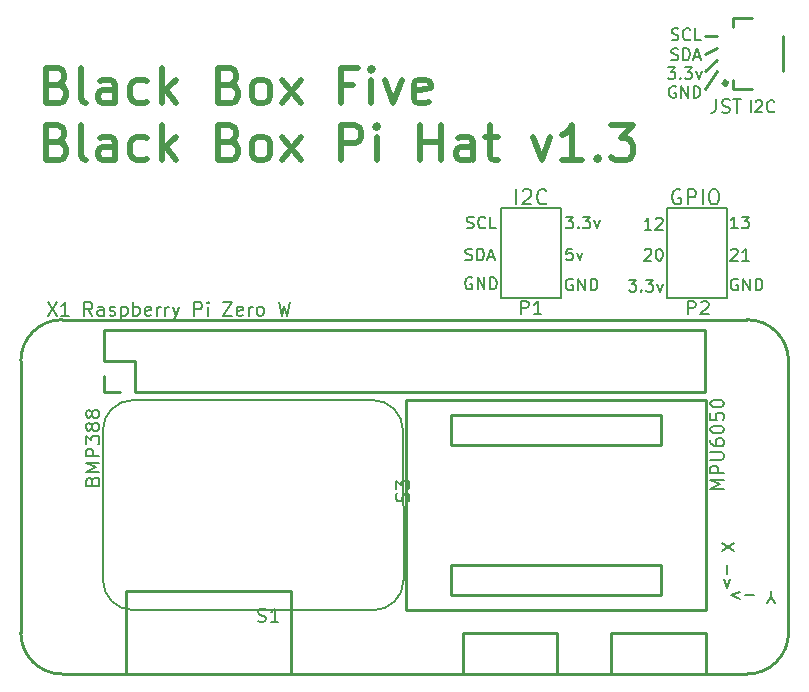
<source format=gbr>
%TF.GenerationSoftware,KiCad,Pcbnew,(6.0.1)*%
%TF.CreationDate,2022-01-30T17:08:52-06:00*%
%TF.ProjectId,BlackBox Hat,426c6163-6b42-46f7-9820-4861742e6b69,rev?*%
%TF.SameCoordinates,Original*%
%TF.FileFunction,Legend,Top*%
%TF.FilePolarity,Positive*%
%FSLAX46Y46*%
G04 Gerber Fmt 4.6, Leading zero omitted, Abs format (unit mm)*
G04 Created by KiCad (PCBNEW (6.0.1)) date 2022-01-30 17:08:52*
%MOMM*%
%LPD*%
G01*
G04 APERTURE LIST*
%ADD10C,0.500000*%
%ADD11C,0.152000*%
%ADD12C,0.150000*%
%ADD13C,0.203000*%
%ADD14C,0.254000*%
%ADD15C,0.400000*%
%ADD16C,0.201000*%
G04 APERTURE END LIST*
D10*
X15820535Y-82401964D02*
X16249107Y-82544821D01*
X16391964Y-82687678D01*
X16534821Y-82973392D01*
X16534821Y-83401964D01*
X16391964Y-83687678D01*
X16249107Y-83830535D01*
X15963392Y-83973392D01*
X14820535Y-83973392D01*
X14820535Y-80973392D01*
X15820535Y-80973392D01*
X16106250Y-81116250D01*
X16249107Y-81259107D01*
X16391964Y-81544821D01*
X16391964Y-81830535D01*
X16249107Y-82116250D01*
X16106250Y-82259107D01*
X15820535Y-82401964D01*
X14820535Y-82401964D01*
X18249107Y-83973392D02*
X17963392Y-83830535D01*
X17820535Y-83544821D01*
X17820535Y-80973392D01*
X20677678Y-83973392D02*
X20677678Y-82401964D01*
X20534821Y-82116250D01*
X20249107Y-81973392D01*
X19677678Y-81973392D01*
X19391964Y-82116250D01*
X20677678Y-83830535D02*
X20391964Y-83973392D01*
X19677678Y-83973392D01*
X19391964Y-83830535D01*
X19249107Y-83544821D01*
X19249107Y-83259107D01*
X19391964Y-82973392D01*
X19677678Y-82830535D01*
X20391964Y-82830535D01*
X20677678Y-82687678D01*
X23391964Y-83830535D02*
X23106250Y-83973392D01*
X22534821Y-83973392D01*
X22249107Y-83830535D01*
X22106250Y-83687678D01*
X21963392Y-83401964D01*
X21963392Y-82544821D01*
X22106250Y-82259107D01*
X22249107Y-82116250D01*
X22534821Y-81973392D01*
X23106250Y-81973392D01*
X23391964Y-82116250D01*
X24677678Y-83973392D02*
X24677678Y-80973392D01*
X24963392Y-82830535D02*
X25820535Y-83973392D01*
X25820535Y-81973392D02*
X24677678Y-83116250D01*
X30391964Y-82401964D02*
X30820535Y-82544821D01*
X30963392Y-82687678D01*
X31106250Y-82973392D01*
X31106250Y-83401964D01*
X30963392Y-83687678D01*
X30820535Y-83830535D01*
X30534821Y-83973392D01*
X29391964Y-83973392D01*
X29391964Y-80973392D01*
X30391964Y-80973392D01*
X30677678Y-81116250D01*
X30820535Y-81259107D01*
X30963392Y-81544821D01*
X30963392Y-81830535D01*
X30820535Y-82116250D01*
X30677678Y-82259107D01*
X30391964Y-82401964D01*
X29391964Y-82401964D01*
X32820535Y-83973392D02*
X32534821Y-83830535D01*
X32391964Y-83687678D01*
X32249107Y-83401964D01*
X32249107Y-82544821D01*
X32391964Y-82259107D01*
X32534821Y-82116250D01*
X32820535Y-81973392D01*
X33249107Y-81973392D01*
X33534821Y-82116250D01*
X33677678Y-82259107D01*
X33820535Y-82544821D01*
X33820535Y-83401964D01*
X33677678Y-83687678D01*
X33534821Y-83830535D01*
X33249107Y-83973392D01*
X32820535Y-83973392D01*
X34820535Y-83973392D02*
X36391964Y-81973392D01*
X34820535Y-81973392D02*
X36391964Y-83973392D01*
X40820535Y-82401964D02*
X39820535Y-82401964D01*
X39820535Y-83973392D02*
X39820535Y-80973392D01*
X41249107Y-80973392D01*
X42391964Y-83973392D02*
X42391964Y-81973392D01*
X42391964Y-80973392D02*
X42249107Y-81116250D01*
X42391964Y-81259107D01*
X42534821Y-81116250D01*
X42391964Y-80973392D01*
X42391964Y-81259107D01*
X43534821Y-81973392D02*
X44249107Y-83973392D01*
X44963392Y-81973392D01*
X47249107Y-83830535D02*
X46963392Y-83973392D01*
X46391964Y-83973392D01*
X46106250Y-83830535D01*
X45963392Y-83544821D01*
X45963392Y-82401964D01*
X46106250Y-82116250D01*
X46391964Y-81973392D01*
X46963392Y-81973392D01*
X47249107Y-82116250D01*
X47391964Y-82401964D01*
X47391964Y-82687678D01*
X45963392Y-82973392D01*
X15820535Y-87231964D02*
X16249107Y-87374821D01*
X16391964Y-87517678D01*
X16534821Y-87803392D01*
X16534821Y-88231964D01*
X16391964Y-88517678D01*
X16249107Y-88660535D01*
X15963392Y-88803392D01*
X14820535Y-88803392D01*
X14820535Y-85803392D01*
X15820535Y-85803392D01*
X16106250Y-85946250D01*
X16249107Y-86089107D01*
X16391964Y-86374821D01*
X16391964Y-86660535D01*
X16249107Y-86946250D01*
X16106250Y-87089107D01*
X15820535Y-87231964D01*
X14820535Y-87231964D01*
X18249107Y-88803392D02*
X17963392Y-88660535D01*
X17820535Y-88374821D01*
X17820535Y-85803392D01*
X20677678Y-88803392D02*
X20677678Y-87231964D01*
X20534821Y-86946250D01*
X20249107Y-86803392D01*
X19677678Y-86803392D01*
X19391964Y-86946250D01*
X20677678Y-88660535D02*
X20391964Y-88803392D01*
X19677678Y-88803392D01*
X19391964Y-88660535D01*
X19249107Y-88374821D01*
X19249107Y-88089107D01*
X19391964Y-87803392D01*
X19677678Y-87660535D01*
X20391964Y-87660535D01*
X20677678Y-87517678D01*
X23391964Y-88660535D02*
X23106250Y-88803392D01*
X22534821Y-88803392D01*
X22249107Y-88660535D01*
X22106250Y-88517678D01*
X21963392Y-88231964D01*
X21963392Y-87374821D01*
X22106250Y-87089107D01*
X22249107Y-86946250D01*
X22534821Y-86803392D01*
X23106250Y-86803392D01*
X23391964Y-86946250D01*
X24677678Y-88803392D02*
X24677678Y-85803392D01*
X24963392Y-87660535D02*
X25820535Y-88803392D01*
X25820535Y-86803392D02*
X24677678Y-87946250D01*
X30391964Y-87231964D02*
X30820535Y-87374821D01*
X30963392Y-87517678D01*
X31106250Y-87803392D01*
X31106250Y-88231964D01*
X30963392Y-88517678D01*
X30820535Y-88660535D01*
X30534821Y-88803392D01*
X29391964Y-88803392D01*
X29391964Y-85803392D01*
X30391964Y-85803392D01*
X30677678Y-85946250D01*
X30820535Y-86089107D01*
X30963392Y-86374821D01*
X30963392Y-86660535D01*
X30820535Y-86946250D01*
X30677678Y-87089107D01*
X30391964Y-87231964D01*
X29391964Y-87231964D01*
X32820535Y-88803392D02*
X32534821Y-88660535D01*
X32391964Y-88517678D01*
X32249107Y-88231964D01*
X32249107Y-87374821D01*
X32391964Y-87089107D01*
X32534821Y-86946250D01*
X32820535Y-86803392D01*
X33249107Y-86803392D01*
X33534821Y-86946250D01*
X33677678Y-87089107D01*
X33820535Y-87374821D01*
X33820535Y-88231964D01*
X33677678Y-88517678D01*
X33534821Y-88660535D01*
X33249107Y-88803392D01*
X32820535Y-88803392D01*
X34820535Y-88803392D02*
X36391964Y-86803392D01*
X34820535Y-86803392D02*
X36391964Y-88803392D01*
X39820535Y-88803392D02*
X39820535Y-85803392D01*
X40963392Y-85803392D01*
X41249107Y-85946250D01*
X41391964Y-86089107D01*
X41534821Y-86374821D01*
X41534821Y-86803392D01*
X41391964Y-87089107D01*
X41249107Y-87231964D01*
X40963392Y-87374821D01*
X39820535Y-87374821D01*
X42820535Y-88803392D02*
X42820535Y-86803392D01*
X42820535Y-85803392D02*
X42677678Y-85946250D01*
X42820535Y-86089107D01*
X42963392Y-85946250D01*
X42820535Y-85803392D01*
X42820535Y-86089107D01*
X46534821Y-88803392D02*
X46534821Y-85803392D01*
X46534821Y-87231964D02*
X48249107Y-87231964D01*
X48249107Y-88803392D02*
X48249107Y-85803392D01*
X50963392Y-88803392D02*
X50963392Y-87231964D01*
X50820535Y-86946250D01*
X50534821Y-86803392D01*
X49963392Y-86803392D01*
X49677678Y-86946250D01*
X50963392Y-88660535D02*
X50677678Y-88803392D01*
X49963392Y-88803392D01*
X49677678Y-88660535D01*
X49534821Y-88374821D01*
X49534821Y-88089107D01*
X49677678Y-87803392D01*
X49963392Y-87660535D01*
X50677678Y-87660535D01*
X50963392Y-87517678D01*
X51963392Y-86803392D02*
X53106250Y-86803392D01*
X52391964Y-85803392D02*
X52391964Y-88374821D01*
X52534821Y-88660535D01*
X52820535Y-88803392D01*
X53106250Y-88803392D01*
X56106250Y-86803392D02*
X56820535Y-88803392D01*
X57534821Y-86803392D01*
X60249107Y-88803392D02*
X58534821Y-88803392D01*
X59391964Y-88803392D02*
X59391964Y-85803392D01*
X59106250Y-86231964D01*
X58820535Y-86517678D01*
X58534821Y-86660535D01*
X61534821Y-88517678D02*
X61677678Y-88660535D01*
X61534821Y-88803392D01*
X61391964Y-88660535D01*
X61534821Y-88517678D01*
X61534821Y-88803392D01*
X62677678Y-85803392D02*
X64534821Y-85803392D01*
X63534821Y-86946250D01*
X63963392Y-86946250D01*
X64249107Y-87089107D01*
X64391964Y-87231964D01*
X64534821Y-87517678D01*
X64534821Y-88231964D01*
X64391964Y-88517678D01*
X64249107Y-88660535D01*
X63963392Y-88803392D01*
X63106250Y-88803392D01*
X62820535Y-88660535D01*
X62677678Y-88517678D01*
D11*
%TO.C,JST*%
X71572514Y-83655321D02*
X71572514Y-84471750D01*
X71518085Y-84635035D01*
X71409228Y-84743892D01*
X71245942Y-84798321D01*
X71137085Y-84798321D01*
X72062371Y-84743892D02*
X72225657Y-84798321D01*
X72497800Y-84798321D01*
X72606657Y-84743892D01*
X72661085Y-84689464D01*
X72715514Y-84580607D01*
X72715514Y-84471750D01*
X72661085Y-84362892D01*
X72606657Y-84308464D01*
X72497800Y-84254035D01*
X72280085Y-84199607D01*
X72171228Y-84145178D01*
X72116800Y-84090750D01*
X72062371Y-83981892D01*
X72062371Y-83873035D01*
X72116800Y-83764178D01*
X72171228Y-83709750D01*
X72280085Y-83655321D01*
X72552228Y-83655321D01*
X72715514Y-83709750D01*
X73042085Y-83655321D02*
X73695228Y-83655321D01*
X73368657Y-84798321D02*
X73368657Y-83655321D01*
X74493145Y-84733630D02*
X74493145Y-83733630D01*
X74921716Y-83828869D02*
X74969335Y-83781250D01*
X75064573Y-83733630D01*
X75302669Y-83733630D01*
X75397907Y-83781250D01*
X75445526Y-83828869D01*
X75493145Y-83924107D01*
X75493145Y-84019345D01*
X75445526Y-84162202D01*
X74874097Y-84733630D01*
X75493145Y-84733630D01*
X76493145Y-84638392D02*
X76445526Y-84686011D01*
X76302669Y-84733630D01*
X76207430Y-84733630D01*
X76064573Y-84686011D01*
X75969335Y-84590773D01*
X75921716Y-84495535D01*
X75874097Y-84305059D01*
X75874097Y-84162202D01*
X75921716Y-83971726D01*
X75969335Y-83876488D01*
X76064573Y-83781250D01*
X76207430Y-83733630D01*
X76302669Y-83733630D01*
X76445526Y-83781250D01*
X76493145Y-83828869D01*
D12*
X67477678Y-80921130D02*
X68096726Y-80921130D01*
X67763392Y-81302083D01*
X67906250Y-81302083D01*
X68001488Y-81349702D01*
X68049107Y-81397321D01*
X68096726Y-81492559D01*
X68096726Y-81730654D01*
X68049107Y-81825892D01*
X68001488Y-81873511D01*
X67906250Y-81921130D01*
X67620535Y-81921130D01*
X67525297Y-81873511D01*
X67477678Y-81825892D01*
X68525297Y-81825892D02*
X68572916Y-81873511D01*
X68525297Y-81921130D01*
X68477678Y-81873511D01*
X68525297Y-81825892D01*
X68525297Y-81921130D01*
X68906250Y-80921130D02*
X69525297Y-80921130D01*
X69191964Y-81302083D01*
X69334821Y-81302083D01*
X69430059Y-81349702D01*
X69477678Y-81397321D01*
X69525297Y-81492559D01*
X69525297Y-81730654D01*
X69477678Y-81825892D01*
X69430059Y-81873511D01*
X69334821Y-81921130D01*
X69049107Y-81921130D01*
X68953869Y-81873511D01*
X68906250Y-81825892D01*
X69858630Y-81254464D02*
X70096726Y-81921130D01*
X70334821Y-81254464D01*
X67785714Y-80279761D02*
X67928571Y-80327380D01*
X68166666Y-80327380D01*
X68261904Y-80279761D01*
X68309523Y-80232142D01*
X68357142Y-80136904D01*
X68357142Y-80041666D01*
X68309523Y-79946428D01*
X68261904Y-79898809D01*
X68166666Y-79851190D01*
X67976190Y-79803571D01*
X67880952Y-79755952D01*
X67833333Y-79708333D01*
X67785714Y-79613095D01*
X67785714Y-79517857D01*
X67833333Y-79422619D01*
X67880952Y-79375000D01*
X67976190Y-79327380D01*
X68214285Y-79327380D01*
X68357142Y-79375000D01*
X68785714Y-80327380D02*
X68785714Y-79327380D01*
X69023809Y-79327380D01*
X69166666Y-79375000D01*
X69261904Y-79470238D01*
X69309523Y-79565476D01*
X69357142Y-79755952D01*
X69357142Y-79898809D01*
X69309523Y-80089285D01*
X69261904Y-80184523D01*
X69166666Y-80279761D01*
X69023809Y-80327380D01*
X68785714Y-80327380D01*
X69738095Y-80041666D02*
X70214285Y-80041666D01*
X69642857Y-80327380D02*
X69976190Y-79327380D01*
X70309523Y-80327380D01*
X67809523Y-78592261D02*
X67952380Y-78639880D01*
X68190476Y-78639880D01*
X68285714Y-78592261D01*
X68333333Y-78544642D01*
X68380952Y-78449404D01*
X68380952Y-78354166D01*
X68333333Y-78258928D01*
X68285714Y-78211309D01*
X68190476Y-78163690D01*
X68000000Y-78116071D01*
X67904761Y-78068452D01*
X67857142Y-78020833D01*
X67809523Y-77925595D01*
X67809523Y-77830357D01*
X67857142Y-77735119D01*
X67904761Y-77687500D01*
X68000000Y-77639880D01*
X68238095Y-77639880D01*
X68380952Y-77687500D01*
X69380952Y-78544642D02*
X69333333Y-78592261D01*
X69190476Y-78639880D01*
X69095238Y-78639880D01*
X68952380Y-78592261D01*
X68857142Y-78497023D01*
X68809523Y-78401785D01*
X68761904Y-78211309D01*
X68761904Y-78068452D01*
X68809523Y-77877976D01*
X68857142Y-77782738D01*
X68952380Y-77687500D01*
X69095238Y-77639880D01*
X69190476Y-77639880D01*
X69333333Y-77687500D01*
X69380952Y-77735119D01*
X70285714Y-78639880D02*
X69809523Y-78639880D01*
X69809523Y-77639880D01*
X68144345Y-82562500D02*
X68049107Y-82514880D01*
X67906250Y-82514880D01*
X67763392Y-82562500D01*
X67668154Y-82657738D01*
X67620535Y-82752976D01*
X67572916Y-82943452D01*
X67572916Y-83086309D01*
X67620535Y-83276785D01*
X67668154Y-83372023D01*
X67763392Y-83467261D01*
X67906250Y-83514880D01*
X68001488Y-83514880D01*
X68144345Y-83467261D01*
X68191964Y-83419642D01*
X68191964Y-83086309D01*
X68001488Y-83086309D01*
X68620535Y-83514880D02*
X68620535Y-82514880D01*
X69191964Y-83514880D01*
X69191964Y-82514880D01*
X69668154Y-83514880D02*
X69668154Y-82514880D01*
X69906250Y-82514880D01*
X70049107Y-82562500D01*
X70144345Y-82657738D01*
X70191964Y-82752976D01*
X70239583Y-82943452D01*
X70239583Y-83086309D01*
X70191964Y-83276785D01*
X70144345Y-83372023D01*
X70049107Y-83467261D01*
X69906250Y-83514880D01*
X69668154Y-83514880D01*
D11*
%TO.C,S1*%
X32778514Y-127843642D02*
X32941800Y-127898071D01*
X33213942Y-127898071D01*
X33322800Y-127843642D01*
X33377228Y-127789214D01*
X33431657Y-127680357D01*
X33431657Y-127571500D01*
X33377228Y-127462642D01*
X33322800Y-127408214D01*
X33213942Y-127353785D01*
X32996228Y-127299357D01*
X32887371Y-127244928D01*
X32832942Y-127190500D01*
X32778514Y-127081642D01*
X32778514Y-126972785D01*
X32832942Y-126863928D01*
X32887371Y-126809500D01*
X32996228Y-126755071D01*
X33268371Y-126755071D01*
X33431657Y-126809500D01*
X34520228Y-127898071D02*
X33867085Y-127898071D01*
X34193657Y-127898071D02*
X34193657Y-126755071D01*
X34084800Y-126918357D01*
X33975942Y-127027214D01*
X33867085Y-127081642D01*
D12*
X18761607Y-115964107D02*
X18816369Y-115799821D01*
X18871130Y-115745059D01*
X18980654Y-115690297D01*
X19144940Y-115690297D01*
X19254464Y-115745059D01*
X19309226Y-115799821D01*
X19363988Y-115909345D01*
X19363988Y-116347440D01*
X18213988Y-116347440D01*
X18213988Y-115964107D01*
X18268750Y-115854583D01*
X18323511Y-115799821D01*
X18433035Y-115745059D01*
X18542559Y-115745059D01*
X18652083Y-115799821D01*
X18706845Y-115854583D01*
X18761607Y-115964107D01*
X18761607Y-116347440D01*
X19363988Y-115197440D02*
X18213988Y-115197440D01*
X19035416Y-114814107D01*
X18213988Y-114430773D01*
X19363988Y-114430773D01*
X19363988Y-113883154D02*
X18213988Y-113883154D01*
X18213988Y-113445059D01*
X18268750Y-113335535D01*
X18323511Y-113280773D01*
X18433035Y-113226011D01*
X18597321Y-113226011D01*
X18706845Y-113280773D01*
X18761607Y-113335535D01*
X18816369Y-113445059D01*
X18816369Y-113883154D01*
X18213988Y-112842678D02*
X18213988Y-112130773D01*
X18652083Y-112514107D01*
X18652083Y-112349821D01*
X18706845Y-112240297D01*
X18761607Y-112185535D01*
X18871130Y-112130773D01*
X19144940Y-112130773D01*
X19254464Y-112185535D01*
X19309226Y-112240297D01*
X19363988Y-112349821D01*
X19363988Y-112678392D01*
X19309226Y-112787916D01*
X19254464Y-112842678D01*
X18706845Y-111473630D02*
X18652083Y-111583154D01*
X18597321Y-111637916D01*
X18487797Y-111692678D01*
X18433035Y-111692678D01*
X18323511Y-111637916D01*
X18268750Y-111583154D01*
X18213988Y-111473630D01*
X18213988Y-111254583D01*
X18268750Y-111145059D01*
X18323511Y-111090297D01*
X18433035Y-111035535D01*
X18487797Y-111035535D01*
X18597321Y-111090297D01*
X18652083Y-111145059D01*
X18706845Y-111254583D01*
X18706845Y-111473630D01*
X18761607Y-111583154D01*
X18816369Y-111637916D01*
X18925892Y-111692678D01*
X19144940Y-111692678D01*
X19254464Y-111637916D01*
X19309226Y-111583154D01*
X19363988Y-111473630D01*
X19363988Y-111254583D01*
X19309226Y-111145059D01*
X19254464Y-111090297D01*
X19144940Y-111035535D01*
X18925892Y-111035535D01*
X18816369Y-111090297D01*
X18761607Y-111145059D01*
X18706845Y-111254583D01*
X18706845Y-110378392D02*
X18652083Y-110487916D01*
X18597321Y-110542678D01*
X18487797Y-110597440D01*
X18433035Y-110597440D01*
X18323511Y-110542678D01*
X18268750Y-110487916D01*
X18213988Y-110378392D01*
X18213988Y-110159345D01*
X18268750Y-110049821D01*
X18323511Y-109995059D01*
X18433035Y-109940297D01*
X18487797Y-109940297D01*
X18597321Y-109995059D01*
X18652083Y-110049821D01*
X18706845Y-110159345D01*
X18706845Y-110378392D01*
X18761607Y-110487916D01*
X18816369Y-110542678D01*
X18925892Y-110597440D01*
X19144940Y-110597440D01*
X19254464Y-110542678D01*
X19309226Y-110487916D01*
X19363988Y-110378392D01*
X19363988Y-110159345D01*
X19309226Y-110049821D01*
X19254464Y-109995059D01*
X19144940Y-109940297D01*
X18925892Y-109940297D01*
X18816369Y-109995059D01*
X18761607Y-110049821D01*
X18706845Y-110159345D01*
D11*
%TO.C,P2*%
X69191771Y-101860821D02*
X69191771Y-100717821D01*
X69627200Y-100717821D01*
X69736057Y-100772250D01*
X69790485Y-100826678D01*
X69844914Y-100935535D01*
X69844914Y-101098821D01*
X69790485Y-101207678D01*
X69736057Y-101262107D01*
X69627200Y-101316535D01*
X69191771Y-101316535D01*
X70280342Y-100826678D02*
X70334771Y-100772250D01*
X70443628Y-100717821D01*
X70715771Y-100717821D01*
X70824628Y-100772250D01*
X70879057Y-100826678D01*
X70933485Y-100935535D01*
X70933485Y-101044392D01*
X70879057Y-101207678D01*
X70225914Y-101860821D01*
X70933485Y-101860821D01*
D13*
X68547930Y-91333750D02*
X68426978Y-91273273D01*
X68245550Y-91273273D01*
X68064121Y-91333750D01*
X67943169Y-91454702D01*
X67882692Y-91575654D01*
X67822216Y-91817559D01*
X67822216Y-91998988D01*
X67882692Y-92240892D01*
X67943169Y-92361845D01*
X68064121Y-92482797D01*
X68245550Y-92543273D01*
X68366502Y-92543273D01*
X68547930Y-92482797D01*
X68608407Y-92422321D01*
X68608407Y-91998988D01*
X68366502Y-91998988D01*
X69152692Y-92543273D02*
X69152692Y-91273273D01*
X69636502Y-91273273D01*
X69757454Y-91333750D01*
X69817930Y-91394226D01*
X69878407Y-91515178D01*
X69878407Y-91696607D01*
X69817930Y-91817559D01*
X69757454Y-91878035D01*
X69636502Y-91938511D01*
X69152692Y-91938511D01*
X70422692Y-92543273D02*
X70422692Y-91273273D01*
X71269359Y-91273273D02*
X71511264Y-91273273D01*
X71632216Y-91333750D01*
X71753169Y-91454702D01*
X71813645Y-91696607D01*
X71813645Y-92119940D01*
X71753169Y-92361845D01*
X71632216Y-92482797D01*
X71511264Y-92543273D01*
X71269359Y-92543273D01*
X71148407Y-92482797D01*
X71027454Y-92361845D01*
X70966978Y-92119940D01*
X70966978Y-91696607D01*
X71027454Y-91454702D01*
X71148407Y-91333750D01*
X71269359Y-91273273D01*
D12*
X73394345Y-98875000D02*
X73299107Y-98827380D01*
X73156250Y-98827380D01*
X73013392Y-98875000D01*
X72918154Y-98970238D01*
X72870535Y-99065476D01*
X72822916Y-99255952D01*
X72822916Y-99398809D01*
X72870535Y-99589285D01*
X72918154Y-99684523D01*
X73013392Y-99779761D01*
X73156250Y-99827380D01*
X73251488Y-99827380D01*
X73394345Y-99779761D01*
X73441964Y-99732142D01*
X73441964Y-99398809D01*
X73251488Y-99398809D01*
X73870535Y-99827380D02*
X73870535Y-98827380D01*
X74441964Y-99827380D01*
X74441964Y-98827380D01*
X74918154Y-99827380D02*
X74918154Y-98827380D01*
X75156250Y-98827380D01*
X75299107Y-98875000D01*
X75394345Y-98970238D01*
X75441964Y-99065476D01*
X75489583Y-99255952D01*
X75489583Y-99398809D01*
X75441964Y-99589285D01*
X75394345Y-99684523D01*
X75299107Y-99779761D01*
X75156250Y-99827380D01*
X74918154Y-99827380D01*
X64196428Y-98921130D02*
X64815476Y-98921130D01*
X64482142Y-99302083D01*
X64625000Y-99302083D01*
X64720238Y-99349702D01*
X64767857Y-99397321D01*
X64815476Y-99492559D01*
X64815476Y-99730654D01*
X64767857Y-99825892D01*
X64720238Y-99873511D01*
X64625000Y-99921130D01*
X64339285Y-99921130D01*
X64244047Y-99873511D01*
X64196428Y-99825892D01*
X65244047Y-99825892D02*
X65291666Y-99873511D01*
X65244047Y-99921130D01*
X65196428Y-99873511D01*
X65244047Y-99825892D01*
X65244047Y-99921130D01*
X65625000Y-98921130D02*
X66244047Y-98921130D01*
X65910714Y-99302083D01*
X66053571Y-99302083D01*
X66148809Y-99349702D01*
X66196428Y-99397321D01*
X66244047Y-99492559D01*
X66244047Y-99730654D01*
X66196428Y-99825892D01*
X66148809Y-99873511D01*
X66053571Y-99921130D01*
X65767857Y-99921130D01*
X65672619Y-99873511D01*
X65625000Y-99825892D01*
X66577380Y-99254464D02*
X66815476Y-99921130D01*
X67053571Y-99254464D01*
X72831845Y-96391369D02*
X72879464Y-96343750D01*
X72974702Y-96296130D01*
X73212797Y-96296130D01*
X73308035Y-96343750D01*
X73355654Y-96391369D01*
X73403273Y-96486607D01*
X73403273Y-96581845D01*
X73355654Y-96724702D01*
X72784226Y-97296130D01*
X73403273Y-97296130D01*
X74355654Y-97296130D02*
X73784226Y-97296130D01*
X74069940Y-97296130D02*
X74069940Y-96296130D01*
X73974702Y-96438988D01*
X73879464Y-96534226D01*
X73784226Y-96581845D01*
X65519345Y-96391369D02*
X65566964Y-96343750D01*
X65662202Y-96296130D01*
X65900297Y-96296130D01*
X65995535Y-96343750D01*
X66043154Y-96391369D01*
X66090773Y-96486607D01*
X66090773Y-96581845D01*
X66043154Y-96724702D01*
X65471726Y-97296130D01*
X66090773Y-97296130D01*
X66709821Y-96296130D02*
X66805059Y-96296130D01*
X66900297Y-96343750D01*
X66947916Y-96391369D01*
X66995535Y-96486607D01*
X67043154Y-96677083D01*
X67043154Y-96915178D01*
X66995535Y-97105654D01*
X66947916Y-97200892D01*
X66900297Y-97248511D01*
X66805059Y-97296130D01*
X66709821Y-97296130D01*
X66614583Y-97248511D01*
X66566964Y-97200892D01*
X66519345Y-97105654D01*
X66471726Y-96915178D01*
X66471726Y-96677083D01*
X66519345Y-96486607D01*
X66566964Y-96391369D01*
X66614583Y-96343750D01*
X66709821Y-96296130D01*
X73403273Y-94568630D02*
X72831845Y-94568630D01*
X73117559Y-94568630D02*
X73117559Y-93568630D01*
X73022321Y-93711488D01*
X72927083Y-93806726D01*
X72831845Y-93854345D01*
X73736607Y-93568630D02*
X74355654Y-93568630D01*
X74022321Y-93949583D01*
X74165178Y-93949583D01*
X74260416Y-93997202D01*
X74308035Y-94044821D01*
X74355654Y-94140059D01*
X74355654Y-94378154D01*
X74308035Y-94473392D01*
X74260416Y-94521011D01*
X74165178Y-94568630D01*
X73879464Y-94568630D01*
X73784226Y-94521011D01*
X73736607Y-94473392D01*
X66090773Y-94671130D02*
X65519345Y-94671130D01*
X65805059Y-94671130D02*
X65805059Y-93671130D01*
X65709821Y-93813988D01*
X65614583Y-93909226D01*
X65519345Y-93956845D01*
X66471726Y-93766369D02*
X66519345Y-93718750D01*
X66614583Y-93671130D01*
X66852678Y-93671130D01*
X66947916Y-93718750D01*
X66995535Y-93766369D01*
X67043154Y-93861607D01*
X67043154Y-93956845D01*
X66995535Y-94099702D01*
X66424107Y-94671130D01*
X67043154Y-94671130D01*
D11*
%TO.C,P1*%
X55035521Y-101852071D02*
X55035521Y-100709071D01*
X55470950Y-100709071D01*
X55579807Y-100763500D01*
X55634235Y-100817928D01*
X55688664Y-100926785D01*
X55688664Y-101090071D01*
X55634235Y-101198928D01*
X55579807Y-101253357D01*
X55470950Y-101307785D01*
X55035521Y-101307785D01*
X56777235Y-101852071D02*
X56124092Y-101852071D01*
X56450664Y-101852071D02*
X56450664Y-100709071D01*
X56341807Y-100872357D01*
X56232950Y-100981214D01*
X56124092Y-101035642D01*
D13*
X54648645Y-92534523D02*
X54648645Y-91264523D01*
X55192930Y-91385476D02*
X55253407Y-91325000D01*
X55374359Y-91264523D01*
X55676740Y-91264523D01*
X55797692Y-91325000D01*
X55858169Y-91385476D01*
X55918645Y-91506428D01*
X55918645Y-91627380D01*
X55858169Y-91808809D01*
X55132454Y-92534523D01*
X55918645Y-92534523D01*
X57188645Y-92413571D02*
X57128169Y-92474047D01*
X56946740Y-92534523D01*
X56825788Y-92534523D01*
X56644359Y-92474047D01*
X56523407Y-92353095D01*
X56462930Y-92232142D01*
X56402454Y-91990238D01*
X56402454Y-91808809D01*
X56462930Y-91566904D01*
X56523407Y-91445952D01*
X56644359Y-91325000D01*
X56825788Y-91264523D01*
X56946740Y-91264523D01*
X57128169Y-91325000D01*
X57188645Y-91385476D01*
D12*
X50465773Y-94521011D02*
X50608630Y-94568630D01*
X50846726Y-94568630D01*
X50941964Y-94521011D01*
X50989583Y-94473392D01*
X51037202Y-94378154D01*
X51037202Y-94282916D01*
X50989583Y-94187678D01*
X50941964Y-94140059D01*
X50846726Y-94092440D01*
X50656250Y-94044821D01*
X50561011Y-93997202D01*
X50513392Y-93949583D01*
X50465773Y-93854345D01*
X50465773Y-93759107D01*
X50513392Y-93663869D01*
X50561011Y-93616250D01*
X50656250Y-93568630D01*
X50894345Y-93568630D01*
X51037202Y-93616250D01*
X52037202Y-94473392D02*
X51989583Y-94521011D01*
X51846726Y-94568630D01*
X51751488Y-94568630D01*
X51608630Y-94521011D01*
X51513392Y-94425773D01*
X51465773Y-94330535D01*
X51418154Y-94140059D01*
X51418154Y-93997202D01*
X51465773Y-93806726D01*
X51513392Y-93711488D01*
X51608630Y-93616250D01*
X51751488Y-93568630D01*
X51846726Y-93568630D01*
X51989583Y-93616250D01*
X52037202Y-93663869D01*
X52941964Y-94568630D02*
X52465773Y-94568630D01*
X52465773Y-93568630D01*
X50348214Y-97239761D02*
X50491071Y-97287380D01*
X50729166Y-97287380D01*
X50824404Y-97239761D01*
X50872023Y-97192142D01*
X50919642Y-97096904D01*
X50919642Y-97001666D01*
X50872023Y-96906428D01*
X50824404Y-96858809D01*
X50729166Y-96811190D01*
X50538690Y-96763571D01*
X50443452Y-96715952D01*
X50395833Y-96668333D01*
X50348214Y-96573095D01*
X50348214Y-96477857D01*
X50395833Y-96382619D01*
X50443452Y-96335000D01*
X50538690Y-96287380D01*
X50776785Y-96287380D01*
X50919642Y-96335000D01*
X51348214Y-97287380D02*
X51348214Y-96287380D01*
X51586309Y-96287380D01*
X51729166Y-96335000D01*
X51824404Y-96430238D01*
X51872023Y-96525476D01*
X51919642Y-96715952D01*
X51919642Y-96858809D01*
X51872023Y-97049285D01*
X51824404Y-97144523D01*
X51729166Y-97239761D01*
X51586309Y-97287380D01*
X51348214Y-97287380D01*
X52300595Y-97001666D02*
X52776785Y-97001666D01*
X52205357Y-97287380D02*
X52538690Y-96287380D01*
X52872023Y-97287380D01*
X58852678Y-93568630D02*
X59471726Y-93568630D01*
X59138392Y-93949583D01*
X59281250Y-93949583D01*
X59376488Y-93997202D01*
X59424107Y-94044821D01*
X59471726Y-94140059D01*
X59471726Y-94378154D01*
X59424107Y-94473392D01*
X59376488Y-94521011D01*
X59281250Y-94568630D01*
X58995535Y-94568630D01*
X58900297Y-94521011D01*
X58852678Y-94473392D01*
X59900297Y-94473392D02*
X59947916Y-94521011D01*
X59900297Y-94568630D01*
X59852678Y-94521011D01*
X59900297Y-94473392D01*
X59900297Y-94568630D01*
X60281250Y-93568630D02*
X60900297Y-93568630D01*
X60566964Y-93949583D01*
X60709821Y-93949583D01*
X60805059Y-93997202D01*
X60852678Y-94044821D01*
X60900297Y-94140059D01*
X60900297Y-94378154D01*
X60852678Y-94473392D01*
X60805059Y-94521011D01*
X60709821Y-94568630D01*
X60424107Y-94568630D01*
X60328869Y-94521011D01*
X60281250Y-94473392D01*
X61233630Y-93901964D02*
X61471726Y-94568630D01*
X61709821Y-93901964D01*
X59388392Y-96287380D02*
X58912202Y-96287380D01*
X58864583Y-96763571D01*
X58912202Y-96715952D01*
X59007440Y-96668333D01*
X59245535Y-96668333D01*
X59340773Y-96715952D01*
X59388392Y-96763571D01*
X59436011Y-96858809D01*
X59436011Y-97096904D01*
X59388392Y-97192142D01*
X59340773Y-97239761D01*
X59245535Y-97287380D01*
X59007440Y-97287380D01*
X58912202Y-97239761D01*
X58864583Y-97192142D01*
X59769345Y-96620714D02*
X60007440Y-97287380D01*
X60245535Y-96620714D01*
X59425595Y-98866250D02*
X59330357Y-98818630D01*
X59187500Y-98818630D01*
X59044642Y-98866250D01*
X58949404Y-98961488D01*
X58901785Y-99056726D01*
X58854166Y-99247202D01*
X58854166Y-99390059D01*
X58901785Y-99580535D01*
X58949404Y-99675773D01*
X59044642Y-99771011D01*
X59187500Y-99818630D01*
X59282738Y-99818630D01*
X59425595Y-99771011D01*
X59473214Y-99723392D01*
X59473214Y-99390059D01*
X59282738Y-99390059D01*
X59901785Y-99818630D02*
X59901785Y-98818630D01*
X60473214Y-99818630D01*
X60473214Y-98818630D01*
X60949404Y-99818630D02*
X60949404Y-98818630D01*
X61187500Y-98818630D01*
X61330357Y-98866250D01*
X61425595Y-98961488D01*
X61473214Y-99056726D01*
X61520833Y-99247202D01*
X61520833Y-99390059D01*
X61473214Y-99580535D01*
X61425595Y-99675773D01*
X61330357Y-99771011D01*
X61187500Y-99818630D01*
X60949404Y-99818630D01*
X50894345Y-98772500D02*
X50799107Y-98724880D01*
X50656250Y-98724880D01*
X50513392Y-98772500D01*
X50418154Y-98867738D01*
X50370535Y-98962976D01*
X50322916Y-99153452D01*
X50322916Y-99296309D01*
X50370535Y-99486785D01*
X50418154Y-99582023D01*
X50513392Y-99677261D01*
X50656250Y-99724880D01*
X50751488Y-99724880D01*
X50894345Y-99677261D01*
X50941964Y-99629642D01*
X50941964Y-99296309D01*
X50751488Y-99296309D01*
X51370535Y-99724880D02*
X51370535Y-98724880D01*
X51941964Y-99724880D01*
X51941964Y-98724880D01*
X52418154Y-99724880D02*
X52418154Y-98724880D01*
X52656250Y-98724880D01*
X52799107Y-98772500D01*
X52894345Y-98867738D01*
X52941964Y-98962976D01*
X52989583Y-99153452D01*
X52989583Y-99296309D01*
X52941964Y-99486785D01*
X52894345Y-99582023D01*
X52799107Y-99677261D01*
X52656250Y-99724880D01*
X52418154Y-99724880D01*
D11*
%TO.C,S3*%
X45547642Y-117666485D02*
X45602071Y-117503200D01*
X45602071Y-117231057D01*
X45547642Y-117122200D01*
X45493214Y-117067771D01*
X45384357Y-117013342D01*
X45275500Y-117013342D01*
X45166642Y-117067771D01*
X45112214Y-117122200D01*
X45057785Y-117231057D01*
X45003357Y-117448771D01*
X44948928Y-117557628D01*
X44894500Y-117612057D01*
X44785642Y-117666485D01*
X44676785Y-117666485D01*
X44567928Y-117612057D01*
X44513500Y-117557628D01*
X44459071Y-117448771D01*
X44459071Y-117176628D01*
X44513500Y-117013342D01*
X44459071Y-116632342D02*
X44459071Y-115924771D01*
X44894500Y-116305771D01*
X44894500Y-116142485D01*
X44948928Y-116033628D01*
X45003357Y-115979200D01*
X45112214Y-115924771D01*
X45384357Y-115924771D01*
X45493214Y-115979200D01*
X45547642Y-116033628D01*
X45602071Y-116142485D01*
X45602071Y-116469057D01*
X45547642Y-116577914D01*
X45493214Y-116632342D01*
D12*
X72238988Y-116628690D02*
X71088988Y-116628690D01*
X71910416Y-116245357D01*
X71088988Y-115862023D01*
X72238988Y-115862023D01*
X72238988Y-115314404D02*
X71088988Y-115314404D01*
X71088988Y-114876309D01*
X71143750Y-114766785D01*
X71198511Y-114712023D01*
X71308035Y-114657261D01*
X71472321Y-114657261D01*
X71581845Y-114712023D01*
X71636607Y-114766785D01*
X71691369Y-114876309D01*
X71691369Y-115314404D01*
X71088988Y-114164404D02*
X72019940Y-114164404D01*
X72129464Y-114109642D01*
X72184226Y-114054880D01*
X72238988Y-113945357D01*
X72238988Y-113726309D01*
X72184226Y-113616785D01*
X72129464Y-113562023D01*
X72019940Y-113507261D01*
X71088988Y-113507261D01*
X71088988Y-112466785D02*
X71088988Y-112685833D01*
X71143750Y-112795357D01*
X71198511Y-112850119D01*
X71362797Y-112959642D01*
X71581845Y-113014404D01*
X72019940Y-113014404D01*
X72129464Y-112959642D01*
X72184226Y-112904880D01*
X72238988Y-112795357D01*
X72238988Y-112576309D01*
X72184226Y-112466785D01*
X72129464Y-112412023D01*
X72019940Y-112357261D01*
X71746130Y-112357261D01*
X71636607Y-112412023D01*
X71581845Y-112466785D01*
X71527083Y-112576309D01*
X71527083Y-112795357D01*
X71581845Y-112904880D01*
X71636607Y-112959642D01*
X71746130Y-113014404D01*
X71088988Y-111645357D02*
X71088988Y-111535833D01*
X71143750Y-111426309D01*
X71198511Y-111371547D01*
X71308035Y-111316785D01*
X71527083Y-111262023D01*
X71800892Y-111262023D01*
X72019940Y-111316785D01*
X72129464Y-111371547D01*
X72184226Y-111426309D01*
X72238988Y-111535833D01*
X72238988Y-111645357D01*
X72184226Y-111754880D01*
X72129464Y-111809642D01*
X72019940Y-111864404D01*
X71800892Y-111919166D01*
X71527083Y-111919166D01*
X71308035Y-111864404D01*
X71198511Y-111809642D01*
X71143750Y-111754880D01*
X71088988Y-111645357D01*
X71088988Y-110221547D02*
X71088988Y-110769166D01*
X71636607Y-110823928D01*
X71581845Y-110769166D01*
X71527083Y-110659642D01*
X71527083Y-110385833D01*
X71581845Y-110276309D01*
X71636607Y-110221547D01*
X71746130Y-110166785D01*
X72019940Y-110166785D01*
X72129464Y-110221547D01*
X72184226Y-110276309D01*
X72238988Y-110385833D01*
X72238988Y-110659642D01*
X72184226Y-110769166D01*
X72129464Y-110823928D01*
X71088988Y-109454880D02*
X71088988Y-109345357D01*
X71143750Y-109235833D01*
X71198511Y-109181071D01*
X71308035Y-109126309D01*
X71527083Y-109071547D01*
X71800892Y-109071547D01*
X72019940Y-109126309D01*
X72129464Y-109181071D01*
X72184226Y-109235833D01*
X72238988Y-109345357D01*
X72238988Y-109454880D01*
X72184226Y-109564404D01*
X72129464Y-109619166D01*
X72019940Y-109673928D01*
X71800892Y-109728690D01*
X71527083Y-109728690D01*
X71308035Y-109673928D01*
X71198511Y-109619166D01*
X71143750Y-109564404D01*
X71088988Y-109454880D01*
X73110119Y-121235119D02*
X72110119Y-121901785D01*
X73110119Y-121901785D02*
X72110119Y-121235119D01*
X72491071Y-123044642D02*
X72491071Y-123806547D01*
X72776785Y-124282738D02*
X72491071Y-125044642D01*
X72205357Y-124282738D01*
X76244047Y-125742559D02*
X76244047Y-125266369D01*
X76577380Y-126266369D02*
X76244047Y-125742559D01*
X75910714Y-126266369D01*
X74815476Y-125647321D02*
X74053571Y-125647321D01*
X73577380Y-125933035D02*
X72815476Y-125647321D01*
X73577380Y-125361607D01*
D11*
%TO.C,X1*%
X14980835Y-100811571D02*
X15742835Y-101954571D01*
X15742835Y-100811571D02*
X14980835Y-101954571D01*
X16776978Y-101954571D02*
X16123835Y-101954571D01*
X16450407Y-101954571D02*
X16450407Y-100811571D01*
X16341550Y-100974857D01*
X16232692Y-101083714D01*
X16123835Y-101138142D01*
X18742835Y-101954571D02*
X18361835Y-101410285D01*
X18089692Y-101954571D02*
X18089692Y-100811571D01*
X18525121Y-100811571D01*
X18633978Y-100866000D01*
X18688407Y-100920428D01*
X18742835Y-101029285D01*
X18742835Y-101192571D01*
X18688407Y-101301428D01*
X18633978Y-101355857D01*
X18525121Y-101410285D01*
X18089692Y-101410285D01*
X19722550Y-101954571D02*
X19722550Y-101355857D01*
X19668121Y-101247000D01*
X19559264Y-101192571D01*
X19341550Y-101192571D01*
X19232692Y-101247000D01*
X19722550Y-101900142D02*
X19613692Y-101954571D01*
X19341550Y-101954571D01*
X19232692Y-101900142D01*
X19178264Y-101791285D01*
X19178264Y-101682428D01*
X19232692Y-101573571D01*
X19341550Y-101519142D01*
X19613692Y-101519142D01*
X19722550Y-101464714D01*
X20212407Y-101900142D02*
X20321264Y-101954571D01*
X20538978Y-101954571D01*
X20647835Y-101900142D01*
X20702264Y-101791285D01*
X20702264Y-101736857D01*
X20647835Y-101628000D01*
X20538978Y-101573571D01*
X20375692Y-101573571D01*
X20266835Y-101519142D01*
X20212407Y-101410285D01*
X20212407Y-101355857D01*
X20266835Y-101247000D01*
X20375692Y-101192571D01*
X20538978Y-101192571D01*
X20647835Y-101247000D01*
X21192121Y-101192571D02*
X21192121Y-102335571D01*
X21192121Y-101247000D02*
X21300978Y-101192571D01*
X21518692Y-101192571D01*
X21627550Y-101247000D01*
X21681978Y-101301428D01*
X21736407Y-101410285D01*
X21736407Y-101736857D01*
X21681978Y-101845714D01*
X21627550Y-101900142D01*
X21518692Y-101954571D01*
X21300978Y-101954571D01*
X21192121Y-101900142D01*
X22226264Y-101954571D02*
X22226264Y-100811571D01*
X22226264Y-101247000D02*
X22335121Y-101192571D01*
X22552835Y-101192571D01*
X22661692Y-101247000D01*
X22716121Y-101301428D01*
X22770550Y-101410285D01*
X22770550Y-101736857D01*
X22716121Y-101845714D01*
X22661692Y-101900142D01*
X22552835Y-101954571D01*
X22335121Y-101954571D01*
X22226264Y-101900142D01*
X23695835Y-101900142D02*
X23586978Y-101954571D01*
X23369264Y-101954571D01*
X23260407Y-101900142D01*
X23205978Y-101791285D01*
X23205978Y-101355857D01*
X23260407Y-101247000D01*
X23369264Y-101192571D01*
X23586978Y-101192571D01*
X23695835Y-101247000D01*
X23750264Y-101355857D01*
X23750264Y-101464714D01*
X23205978Y-101573571D01*
X24240121Y-101954571D02*
X24240121Y-101192571D01*
X24240121Y-101410285D02*
X24294550Y-101301428D01*
X24348978Y-101247000D01*
X24457835Y-101192571D01*
X24566692Y-101192571D01*
X24947692Y-101954571D02*
X24947692Y-101192571D01*
X24947692Y-101410285D02*
X25002121Y-101301428D01*
X25056550Y-101247000D01*
X25165407Y-101192571D01*
X25274264Y-101192571D01*
X25546407Y-101192571D02*
X25818550Y-101954571D01*
X26090692Y-101192571D02*
X25818550Y-101954571D01*
X25709692Y-102226714D01*
X25655264Y-102281142D01*
X25546407Y-102335571D01*
X27396978Y-101954571D02*
X27396978Y-100811571D01*
X27832407Y-100811571D01*
X27941264Y-100866000D01*
X27995692Y-100920428D01*
X28050121Y-101029285D01*
X28050121Y-101192571D01*
X27995692Y-101301428D01*
X27941264Y-101355857D01*
X27832407Y-101410285D01*
X27396978Y-101410285D01*
X28539978Y-101954571D02*
X28539978Y-101192571D01*
X28539978Y-100811571D02*
X28485550Y-100866000D01*
X28539978Y-100920428D01*
X28594407Y-100866000D01*
X28539978Y-100811571D01*
X28539978Y-100920428D01*
X29846264Y-100811571D02*
X30608264Y-100811571D01*
X29846264Y-101954571D01*
X30608264Y-101954571D01*
X31479121Y-101900142D02*
X31370264Y-101954571D01*
X31152550Y-101954571D01*
X31043692Y-101900142D01*
X30989264Y-101791285D01*
X30989264Y-101355857D01*
X31043692Y-101247000D01*
X31152550Y-101192571D01*
X31370264Y-101192571D01*
X31479121Y-101247000D01*
X31533550Y-101355857D01*
X31533550Y-101464714D01*
X30989264Y-101573571D01*
X32023407Y-101954571D02*
X32023407Y-101192571D01*
X32023407Y-101410285D02*
X32077835Y-101301428D01*
X32132264Y-101247000D01*
X32241121Y-101192571D01*
X32349978Y-101192571D01*
X32894264Y-101954571D02*
X32785407Y-101900142D01*
X32730978Y-101845714D01*
X32676550Y-101736857D01*
X32676550Y-101410285D01*
X32730978Y-101301428D01*
X32785407Y-101247000D01*
X32894264Y-101192571D01*
X33057550Y-101192571D01*
X33166407Y-101247000D01*
X33220835Y-101301428D01*
X33275264Y-101410285D01*
X33275264Y-101736857D01*
X33220835Y-101845714D01*
X33166407Y-101900142D01*
X33057550Y-101954571D01*
X32894264Y-101954571D01*
X34527121Y-100811571D02*
X34799264Y-101954571D01*
X35016978Y-101138142D01*
X35234692Y-101954571D01*
X35506835Y-100811571D01*
D14*
%TO.C,JST*%
X71644000Y-81280000D02*
X70644000Y-82780000D01*
X71644000Y-80280000D02*
X70644000Y-81280000D01*
X71644000Y-79280000D02*
X70644000Y-79780000D01*
X70644000Y-78280000D02*
X71644000Y-78280000D01*
X74644000Y-82780000D02*
X72994000Y-82780000D01*
X72994000Y-82780000D02*
X72994000Y-82030000D01*
X72994000Y-77530000D02*
X72994000Y-76780000D01*
X72994000Y-76780000D02*
X74644000Y-76780000D01*
X77244000Y-81280000D02*
X77244000Y-78280000D01*
D15*
X72343670Y-82139007D02*
G75*
G03*
X72350000Y-82139000I3330J-140993D01*
G01*
D11*
%TO.C,S1*%
X22194000Y-109114000D02*
G75*
G03*
X19654000Y-111654000I0J-2540000D01*
G01*
X19654000Y-124354000D02*
G75*
G03*
X22194000Y-126894000I2540000J0D01*
G01*
X42564956Y-126894000D02*
G75*
G03*
X45105000Y-124354000I44J2540000D01*
G01*
X45054000Y-111654044D02*
G75*
G03*
X42514000Y-109114000I-2540000J44D01*
G01*
X45109000Y-124354000D02*
X45054000Y-111654000D01*
X19654000Y-111654000D02*
X19654000Y-124354000D01*
X22194000Y-126894000D02*
X42514000Y-126894000D01*
X42531000Y-109111000D02*
X22211000Y-109111000D01*
D16*
%TO.C,P2*%
X67397500Y-100466250D02*
X72477500Y-100466250D01*
X67397500Y-92846250D02*
X72477500Y-92846250D01*
X72477500Y-92846250D02*
X72477500Y-100466250D01*
X67397500Y-92846250D02*
X67397500Y-100466250D01*
%TO.C,P1*%
X53325750Y-100466250D02*
X58405750Y-100466250D01*
X53325750Y-92846250D02*
X58405750Y-92846250D01*
X58405750Y-92846250D02*
X58405750Y-100466250D01*
X53325750Y-92846250D02*
X53325750Y-100466250D01*
D14*
%TO.C,S3*%
X45339000Y-126873000D02*
X45339000Y-109093000D01*
X45339000Y-109093000D02*
X70739000Y-109093000D01*
X70739000Y-109093000D02*
X70739000Y-126873000D01*
X70739000Y-126873000D02*
X45339000Y-126873000D01*
X49149000Y-125603000D02*
X49149000Y-123063000D01*
X49149000Y-123063000D02*
X66929000Y-123063000D01*
X66929000Y-123063000D02*
X66929000Y-125603000D01*
X66929000Y-125603000D02*
X49149000Y-125603000D01*
X49149000Y-112903000D02*
X49149000Y-110363000D01*
X49149000Y-110363000D02*
X66929000Y-110363000D01*
X66929000Y-110363000D02*
X66929000Y-112903000D01*
X66929000Y-112903000D02*
X49149000Y-112903000D01*
%TO.C,X1*%
X12700000Y-105817000D02*
X12700000Y-128817000D01*
X16200000Y-102317000D02*
X74200000Y-102301000D01*
X74204000Y-132301000D02*
X16200000Y-132301000D01*
X77700000Y-105797000D02*
X77700000Y-128801000D01*
X19739000Y-103200000D02*
X19739000Y-105801000D01*
X19739000Y-105801000D02*
X22340000Y-105801000D01*
X22340000Y-105801000D02*
X22340000Y-108402000D01*
X22340000Y-108402000D02*
X70661000Y-108402000D01*
X70661000Y-108402000D02*
X70661000Y-103200000D01*
X70661000Y-103200000D02*
X19739000Y-103200000D01*
X21070000Y-108402000D02*
X19739000Y-108402000D01*
X19739000Y-108402000D02*
X19739000Y-107071000D01*
X77699998Y-105797335D02*
G75*
G03*
X74200000Y-102301000I-3499998J-3665D01*
G01*
X74203604Y-132300998D02*
G75*
G03*
X77700000Y-128801000I-3604J3499998D01*
G01*
X12700002Y-128804604D02*
G75*
G03*
X16200000Y-132301000I3499998J3604D01*
G01*
X16196396Y-102301002D02*
G75*
G03*
X12700000Y-105801000I3604J-3499998D01*
G01*
X21600000Y-125301000D02*
X35600000Y-125301000D01*
X35600000Y-125301000D02*
X35600000Y-132301000D01*
X35600000Y-132301000D02*
X21600000Y-132301000D01*
X21600000Y-132301000D02*
X21600000Y-125301000D01*
X50100000Y-128801000D02*
X58100000Y-128801000D01*
X58100000Y-128801000D02*
X58100000Y-132301000D01*
X58100000Y-132301000D02*
X50100000Y-132301000D01*
X50100000Y-132301000D02*
X50100000Y-128801000D01*
X62700000Y-128801000D02*
X70700000Y-128801000D01*
X70700000Y-128801000D02*
X70700000Y-132301000D01*
X70700000Y-132301000D02*
X62700000Y-132301000D01*
X62700000Y-132301000D02*
X62700000Y-128801000D01*
%TD*%
M02*

</source>
